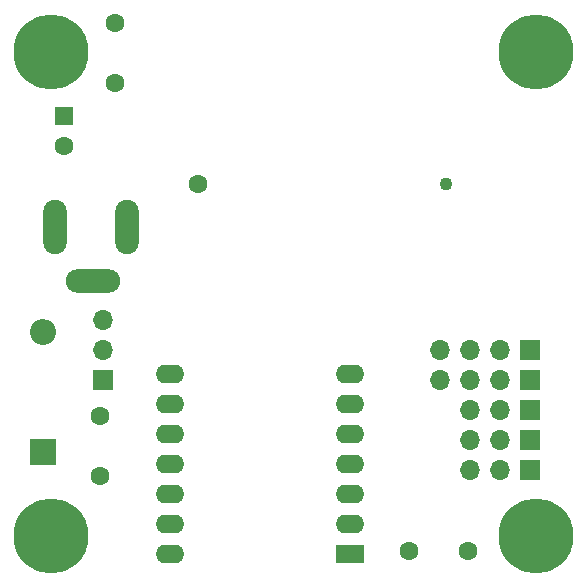
<source format=gbs>
%TF.GenerationSoftware,KiCad,Pcbnew,(6.0.1)*%
%TF.CreationDate,2022-08-13T11:15:30-04:00*%
%TF.ProjectId,QTPy49,51545079-3439-42e6-9b69-6361645f7063,rev?*%
%TF.SameCoordinates,PXfffe7320PYffff9cc8*%
%TF.FileFunction,Soldermask,Bot*%
%TF.FilePolarity,Negative*%
%FSLAX46Y46*%
G04 Gerber Fmt 4.6, Leading zero omitted, Abs format (unit mm)*
G04 Created by KiCad (PCBNEW (6.0.1)) date 2022-08-13 11:15:30*
%MOMM*%
%LPD*%
G01*
G04 APERTURE LIST*
%ADD10R,1.600000X1.600000*%
%ADD11C,1.600000*%
%ADD12R,1.700000X1.700000*%
%ADD13O,1.700000X1.700000*%
%ADD14C,6.350000*%
%ADD15O,2.000000X4.600000*%
%ADD16O,4.600000X2.000000*%
%ADD17C,1.100000*%
%ADD18R,2.400000X1.600000*%
%ADD19O,2.400000X1.600000*%
%ADD20O,2.200000X2.200000*%
%ADD21R,2.200000X2.200000*%
G04 APERTURE END LIST*
D10*
%TO.C,C4*%
X5156200Y-9423400D03*
D11*
X5156200Y-11923400D03*
%TD*%
D12*
%TO.C,J7*%
X44648882Y-36855400D03*
D13*
X42108882Y-36855400D03*
X39568882Y-36855400D03*
%TD*%
D14*
%TO.C,MTG1*%
X4101600Y-4025400D03*
%TD*%
%TO.C,MTG2*%
X45101600Y-4025400D03*
%TD*%
%TO.C,MTG4*%
X45101600Y-45025400D03*
%TD*%
D12*
%TO.C,J8*%
X44633882Y-39395400D03*
D13*
X42093882Y-39395400D03*
X39553882Y-39395400D03*
%TD*%
D11*
%TO.C,C5*%
X8204200Y-39863400D03*
X8204200Y-34863400D03*
%TD*%
D14*
%TO.C,MTG3*%
X4101600Y-45025400D03*
%TD*%
D15*
%TO.C,J1*%
X10494200Y-18821400D03*
X4394200Y-18821400D03*
D16*
X7594200Y-23421400D03*
%TD*%
D17*
%TO.C,J3*%
X37484200Y-15178900D03*
D11*
X16484200Y-15178900D03*
%TD*%
%TO.C,C1*%
X9474200Y-1589400D03*
X9474200Y-6589400D03*
%TD*%
D12*
%TO.C,J6*%
X44633882Y-34315400D03*
D13*
X42093882Y-34315400D03*
X39553882Y-34315400D03*
%TD*%
D12*
%TO.C,J5*%
X44638882Y-31775400D03*
D13*
X42098882Y-31775400D03*
X39558882Y-31775400D03*
X37018882Y-31775400D03*
%TD*%
D12*
%TO.C,J2*%
X8458200Y-31760400D03*
D13*
X8458200Y-29220400D03*
X8458200Y-26680400D03*
%TD*%
D11*
%TO.C,C6*%
X39406200Y-46253400D03*
X34406200Y-46253400D03*
%TD*%
D18*
%TO.C,BRD1*%
X29408882Y-46472682D03*
D19*
X29408882Y-43932682D03*
X29408882Y-41392682D03*
X29408882Y-38852682D03*
X29408882Y-36312682D03*
X29408882Y-33772682D03*
X29408882Y-31232682D03*
X14168882Y-31232682D03*
X14168882Y-33772682D03*
X14168882Y-36312682D03*
X14168882Y-38852682D03*
X14168882Y-41392682D03*
X14168882Y-43932682D03*
X14168882Y-46472682D03*
%TD*%
D12*
%TO.C,J4*%
X44648882Y-29235400D03*
D13*
X42108882Y-29235400D03*
X39568882Y-29235400D03*
X37028882Y-29235400D03*
%TD*%
D20*
%TO.C,D1*%
X3378200Y-27711400D03*
D21*
X3378200Y-37871400D03*
%TD*%
M02*

</source>
